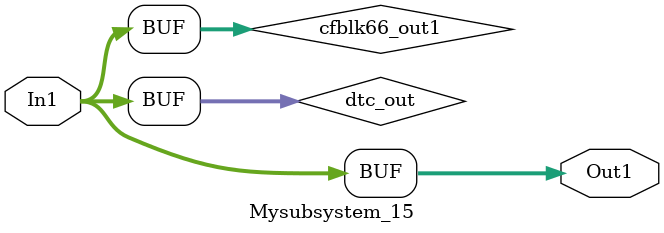
<source format=v>



`timescale 1 ns / 1 ns

module Mysubsystem_15
          (In1,
           Out1);


  input   [7:0] In1;  // uint8
  output  [7:0] Out1;  // uint8


  wire [7:0] dtc_out;  // ufix8
  wire [7:0] cfblk66_out1;  // uint8


  assign dtc_out = In1;



  assign cfblk66_out1 = dtc_out;



  assign Out1 = cfblk66_out1;

endmodule  // Mysubsystem_15


</source>
